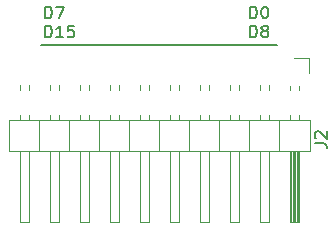
<source format=gbr>
%TF.GenerationSoftware,KiCad,Pcbnew,7.0.7-7.0.7~ubuntu22.04.1*%
%TF.CreationDate,2023-10-27T12:25:06+02:00*%
%TF.ProjectId,logic_probe,6c6f6769-635f-4707-926f-62652e6b6963,rev?*%
%TF.SameCoordinates,Original*%
%TF.FileFunction,Legend,Top*%
%TF.FilePolarity,Positive*%
%FSLAX46Y46*%
G04 Gerber Fmt 4.6, Leading zero omitted, Abs format (unit mm)*
G04 Created by KiCad (PCBNEW 7.0.7-7.0.7~ubuntu22.04.1) date 2023-10-27 12:25:06*
%MOMM*%
%LPD*%
G01*
G04 APERTURE LIST*
%ADD10C,0.150000*%
%ADD11C,0.120000*%
G04 APERTURE END LIST*
D10*
X107687030Y-97759819D02*
X107687030Y-96759819D01*
X107687030Y-96759819D02*
X107925125Y-96759819D01*
X107925125Y-96759819D02*
X108067982Y-96807438D01*
X108067982Y-96807438D02*
X108163220Y-96902676D01*
X108163220Y-96902676D02*
X108210839Y-96997914D01*
X108210839Y-96997914D02*
X108258458Y-97188390D01*
X108258458Y-97188390D02*
X108258458Y-97331247D01*
X108258458Y-97331247D02*
X108210839Y-97521723D01*
X108210839Y-97521723D02*
X108163220Y-97616961D01*
X108163220Y-97616961D02*
X108067982Y-97712200D01*
X108067982Y-97712200D02*
X107925125Y-97759819D01*
X107925125Y-97759819D02*
X107687030Y-97759819D01*
X108877506Y-96759819D02*
X108972744Y-96759819D01*
X108972744Y-96759819D02*
X109067982Y-96807438D01*
X109067982Y-96807438D02*
X109115601Y-96855057D01*
X109115601Y-96855057D02*
X109163220Y-96950295D01*
X109163220Y-96950295D02*
X109210839Y-97140771D01*
X109210839Y-97140771D02*
X109210839Y-97378866D01*
X109210839Y-97378866D02*
X109163220Y-97569342D01*
X109163220Y-97569342D02*
X109115601Y-97664580D01*
X109115601Y-97664580D02*
X109067982Y-97712200D01*
X109067982Y-97712200D02*
X108972744Y-97759819D01*
X108972744Y-97759819D02*
X108877506Y-97759819D01*
X108877506Y-97759819D02*
X108782268Y-97712200D01*
X108782268Y-97712200D02*
X108734649Y-97664580D01*
X108734649Y-97664580D02*
X108687030Y-97569342D01*
X108687030Y-97569342D02*
X108639411Y-97378866D01*
X108639411Y-97378866D02*
X108639411Y-97140771D01*
X108639411Y-97140771D02*
X108687030Y-96950295D01*
X108687030Y-96950295D02*
X108734649Y-96855057D01*
X108734649Y-96855057D02*
X108782268Y-96807438D01*
X108782268Y-96807438D02*
X108877506Y-96759819D01*
X107687030Y-99369819D02*
X107687030Y-98369819D01*
X107687030Y-98369819D02*
X107925125Y-98369819D01*
X107925125Y-98369819D02*
X108067982Y-98417438D01*
X108067982Y-98417438D02*
X108163220Y-98512676D01*
X108163220Y-98512676D02*
X108210839Y-98607914D01*
X108210839Y-98607914D02*
X108258458Y-98798390D01*
X108258458Y-98798390D02*
X108258458Y-98941247D01*
X108258458Y-98941247D02*
X108210839Y-99131723D01*
X108210839Y-99131723D02*
X108163220Y-99226961D01*
X108163220Y-99226961D02*
X108067982Y-99322200D01*
X108067982Y-99322200D02*
X107925125Y-99369819D01*
X107925125Y-99369819D02*
X107687030Y-99369819D01*
X108829887Y-98798390D02*
X108734649Y-98750771D01*
X108734649Y-98750771D02*
X108687030Y-98703152D01*
X108687030Y-98703152D02*
X108639411Y-98607914D01*
X108639411Y-98607914D02*
X108639411Y-98560295D01*
X108639411Y-98560295D02*
X108687030Y-98465057D01*
X108687030Y-98465057D02*
X108734649Y-98417438D01*
X108734649Y-98417438D02*
X108829887Y-98369819D01*
X108829887Y-98369819D02*
X109020363Y-98369819D01*
X109020363Y-98369819D02*
X109115601Y-98417438D01*
X109115601Y-98417438D02*
X109163220Y-98465057D01*
X109163220Y-98465057D02*
X109210839Y-98560295D01*
X109210839Y-98560295D02*
X109210839Y-98607914D01*
X109210839Y-98607914D02*
X109163220Y-98703152D01*
X109163220Y-98703152D02*
X109115601Y-98750771D01*
X109115601Y-98750771D02*
X109020363Y-98798390D01*
X109020363Y-98798390D02*
X108829887Y-98798390D01*
X108829887Y-98798390D02*
X108734649Y-98846009D01*
X108734649Y-98846009D02*
X108687030Y-98893628D01*
X108687030Y-98893628D02*
X108639411Y-98988866D01*
X108639411Y-98988866D02*
X108639411Y-99179342D01*
X108639411Y-99179342D02*
X108687030Y-99274580D01*
X108687030Y-99274580D02*
X108734649Y-99322200D01*
X108734649Y-99322200D02*
X108829887Y-99369819D01*
X108829887Y-99369819D02*
X109020363Y-99369819D01*
X109020363Y-99369819D02*
X109115601Y-99322200D01*
X109115601Y-99322200D02*
X109163220Y-99274580D01*
X109163220Y-99274580D02*
X109210839Y-99179342D01*
X109210839Y-99179342D02*
X109210839Y-98988866D01*
X109210839Y-98988866D02*
X109163220Y-98893628D01*
X109163220Y-98893628D02*
X109115601Y-98846009D01*
X109115601Y-98846009D02*
X109020363Y-98798390D01*
X90336779Y-97759819D02*
X90336779Y-96759819D01*
X90336779Y-96759819D02*
X90574874Y-96759819D01*
X90574874Y-96759819D02*
X90717731Y-96807438D01*
X90717731Y-96807438D02*
X90812969Y-96902676D01*
X90812969Y-96902676D02*
X90860588Y-96997914D01*
X90860588Y-96997914D02*
X90908207Y-97188390D01*
X90908207Y-97188390D02*
X90908207Y-97331247D01*
X90908207Y-97331247D02*
X90860588Y-97521723D01*
X90860588Y-97521723D02*
X90812969Y-97616961D01*
X90812969Y-97616961D02*
X90717731Y-97712200D01*
X90717731Y-97712200D02*
X90574874Y-97759819D01*
X90574874Y-97759819D02*
X90336779Y-97759819D01*
X91241541Y-96759819D02*
X91908207Y-96759819D01*
X91908207Y-96759819D02*
X91479636Y-97759819D01*
X90336779Y-99369819D02*
X90336779Y-98369819D01*
X90336779Y-98369819D02*
X90574874Y-98369819D01*
X90574874Y-98369819D02*
X90717731Y-98417438D01*
X90717731Y-98417438D02*
X90812969Y-98512676D01*
X90812969Y-98512676D02*
X90860588Y-98607914D01*
X90860588Y-98607914D02*
X90908207Y-98798390D01*
X90908207Y-98798390D02*
X90908207Y-98941247D01*
X90908207Y-98941247D02*
X90860588Y-99131723D01*
X90860588Y-99131723D02*
X90812969Y-99226961D01*
X90812969Y-99226961D02*
X90717731Y-99322200D01*
X90717731Y-99322200D02*
X90574874Y-99369819D01*
X90574874Y-99369819D02*
X90336779Y-99369819D01*
X91860588Y-99369819D02*
X91289160Y-99369819D01*
X91574874Y-99369819D02*
X91574874Y-98369819D01*
X91574874Y-98369819D02*
X91479636Y-98512676D01*
X91479636Y-98512676D02*
X91384398Y-98607914D01*
X91384398Y-98607914D02*
X91289160Y-98655533D01*
X92765350Y-98369819D02*
X92289160Y-98369819D01*
X92289160Y-98369819D02*
X92241541Y-98846009D01*
X92241541Y-98846009D02*
X92289160Y-98798390D01*
X92289160Y-98798390D02*
X92384398Y-98750771D01*
X92384398Y-98750771D02*
X92622493Y-98750771D01*
X92622493Y-98750771D02*
X92717731Y-98798390D01*
X92717731Y-98798390D02*
X92765350Y-98846009D01*
X92765350Y-98846009D02*
X92812969Y-98941247D01*
X92812969Y-98941247D02*
X92812969Y-99179342D01*
X92812969Y-99179342D02*
X92765350Y-99274580D01*
X92765350Y-99274580D02*
X92717731Y-99322200D01*
X92717731Y-99322200D02*
X92622493Y-99369819D01*
X92622493Y-99369819D02*
X92384398Y-99369819D01*
X92384398Y-99369819D02*
X92289160Y-99322200D01*
X92289160Y-99322200D02*
X92241541Y-99274580D01*
X110000000Y-100000000D02*
X90000000Y-100000000D01*
X113159819Y-108338333D02*
X113874104Y-108338333D01*
X113874104Y-108338333D02*
X114016961Y-108385952D01*
X114016961Y-108385952D02*
X114112200Y-108481190D01*
X114112200Y-108481190D02*
X114159819Y-108624047D01*
X114159819Y-108624047D02*
X114159819Y-108719285D01*
X113255057Y-107909761D02*
X113207438Y-107862142D01*
X113207438Y-107862142D02*
X113159819Y-107766904D01*
X113159819Y-107766904D02*
X113159819Y-107528809D01*
X113159819Y-107528809D02*
X113207438Y-107433571D01*
X113207438Y-107433571D02*
X113255057Y-107385952D01*
X113255057Y-107385952D02*
X113350295Y-107338333D01*
X113350295Y-107338333D02*
X113445533Y-107338333D01*
X113445533Y-107338333D02*
X113588390Y-107385952D01*
X113588390Y-107385952D02*
X114159819Y-107957380D01*
X114159819Y-107957380D02*
X114159819Y-107338333D01*
D11*
%TO.C,J2*%
X91495000Y-114990000D02*
X90735000Y-114990000D01*
X94925000Y-106330000D02*
X94925000Y-108990000D01*
X111155000Y-108990000D02*
X111155000Y-114990000D01*
X111815000Y-105932929D02*
X111815000Y-106330000D01*
X95815000Y-105932929D02*
X95815000Y-106330000D01*
X96575000Y-105932929D02*
X96575000Y-106330000D01*
X88955000Y-103392929D02*
X88955000Y-103847071D01*
X88195000Y-114990000D02*
X88195000Y-108990000D01*
X92385000Y-106330000D02*
X92385000Y-108990000D01*
X99115000Y-114990000D02*
X98355000Y-114990000D01*
X105085000Y-106330000D02*
X105085000Y-108990000D01*
X88195000Y-103392929D02*
X88195000Y-103847071D01*
X90735000Y-114990000D02*
X90735000Y-108990000D01*
X87245000Y-108990000D02*
X112765000Y-108990000D01*
X104195000Y-103392929D02*
X104195000Y-103847071D01*
X102545000Y-106330000D02*
X102545000Y-108990000D01*
X91495000Y-103392929D02*
X91495000Y-103847071D01*
X111755000Y-108990000D02*
X111755000Y-114990000D01*
X94035000Y-114990000D02*
X93275000Y-114990000D01*
X90735000Y-105932929D02*
X90735000Y-106330000D01*
X98355000Y-105932929D02*
X98355000Y-106330000D01*
X94035000Y-108990000D02*
X94035000Y-114990000D01*
X104195000Y-114990000D02*
X103435000Y-114990000D01*
X98355000Y-114990000D02*
X98355000Y-108990000D01*
X105975000Y-114990000D02*
X105975000Y-108990000D01*
X111055000Y-114990000D02*
X111055000Y-108990000D01*
X88195000Y-105932929D02*
X88195000Y-106330000D01*
X111815000Y-114990000D02*
X111055000Y-114990000D01*
X112765000Y-108990000D02*
X112765000Y-106330000D01*
X99115000Y-103392929D02*
X99115000Y-103847071D01*
X88955000Y-108990000D02*
X88955000Y-114990000D01*
X109275000Y-108990000D02*
X109275000Y-114990000D01*
X87245000Y-106330000D02*
X87245000Y-108990000D01*
X108515000Y-114990000D02*
X108515000Y-108990000D01*
X111815000Y-108990000D02*
X111815000Y-114990000D01*
X104195000Y-108990000D02*
X104195000Y-114990000D01*
X111435000Y-101080000D02*
X112705000Y-101080000D01*
X106735000Y-105932929D02*
X106735000Y-106330000D01*
X100895000Y-105932929D02*
X100895000Y-106330000D01*
X112705000Y-101080000D02*
X112705000Y-102350000D01*
X106735000Y-103392929D02*
X106735000Y-103847071D01*
X106735000Y-114990000D02*
X105975000Y-114990000D01*
X101655000Y-105932929D02*
X101655000Y-106330000D01*
X100895000Y-114990000D02*
X100895000Y-108990000D01*
X109275000Y-114990000D02*
X108515000Y-114990000D01*
X101655000Y-114990000D02*
X100895000Y-114990000D01*
X96575000Y-103392929D02*
X96575000Y-103847071D01*
X100895000Y-103392929D02*
X100895000Y-103847071D01*
X90735000Y-103392929D02*
X90735000Y-103847071D01*
X103435000Y-105932929D02*
X103435000Y-106330000D01*
X94035000Y-105932929D02*
X94035000Y-106330000D01*
X109275000Y-105932929D02*
X109275000Y-106330000D01*
X111395000Y-108990000D02*
X111395000Y-114990000D01*
X107625000Y-106330000D02*
X107625000Y-108990000D01*
X101655000Y-108990000D02*
X101655000Y-114990000D01*
X106735000Y-108990000D02*
X106735000Y-114990000D01*
X93275000Y-103392929D02*
X93275000Y-103847071D01*
X97465000Y-106330000D02*
X97465000Y-108990000D01*
X112765000Y-106330000D02*
X87245000Y-106330000D01*
X95815000Y-103392929D02*
X95815000Y-103847071D01*
X99115000Y-105932929D02*
X99115000Y-106330000D01*
X91495000Y-105932929D02*
X91495000Y-106330000D01*
X111515000Y-108990000D02*
X111515000Y-114990000D01*
X108515000Y-105932929D02*
X108515000Y-106330000D01*
X111815000Y-103460000D02*
X111815000Y-103847071D01*
X103435000Y-114990000D02*
X103435000Y-108990000D01*
X91495000Y-108990000D02*
X91495000Y-114990000D01*
X108515000Y-103392929D02*
X108515000Y-103847071D01*
X96575000Y-114990000D02*
X95815000Y-114990000D01*
X105975000Y-105932929D02*
X105975000Y-106330000D01*
X105975000Y-103392929D02*
X105975000Y-103847071D01*
X88955000Y-114990000D02*
X88195000Y-114990000D01*
X99115000Y-108990000D02*
X99115000Y-114990000D01*
X103435000Y-103392929D02*
X103435000Y-103847071D01*
X88955000Y-105932929D02*
X88955000Y-106330000D01*
X109275000Y-103392929D02*
X109275000Y-103847071D01*
X111055000Y-105932929D02*
X111055000Y-106330000D01*
X96575000Y-108990000D02*
X96575000Y-114990000D01*
X94035000Y-103392929D02*
X94035000Y-103847071D01*
X111275000Y-108990000D02*
X111275000Y-114990000D01*
X111635000Y-108990000D02*
X111635000Y-114990000D01*
X98355000Y-103392929D02*
X98355000Y-103847071D01*
X101655000Y-103392929D02*
X101655000Y-103847071D01*
X95815000Y-114990000D02*
X95815000Y-108990000D01*
X111055000Y-103460000D02*
X111055000Y-103847071D01*
X110165000Y-106330000D02*
X110165000Y-108990000D01*
X104195000Y-105932929D02*
X104195000Y-106330000D01*
X93275000Y-114990000D02*
X93275000Y-108990000D01*
X89845000Y-106330000D02*
X89845000Y-108990000D01*
X100005000Y-106330000D02*
X100005000Y-108990000D01*
X93275000Y-105932929D02*
X93275000Y-106330000D01*
%TD*%
M02*

</source>
